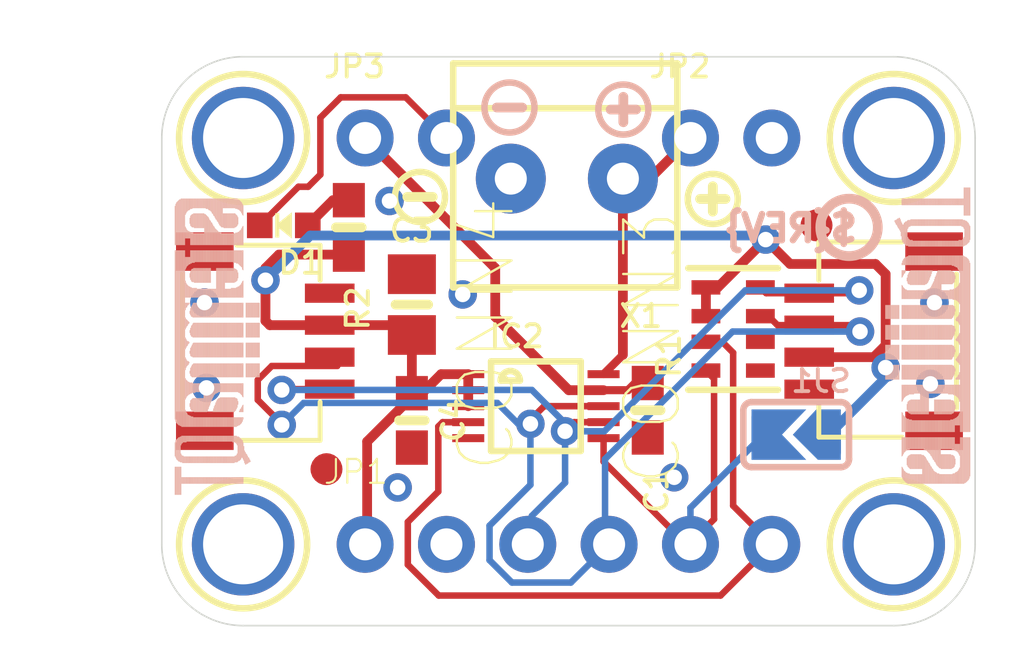
<source format=kicad_pcb>
(kicad_pcb (version 20240108) (generator "pcbnew") (generator_version "8.0")
  (layers (0 "F.Cu" signal) (31 "B.Cu" signal) (34 "B.Paste" user) (35 "F.Paste" user) (36 "B.SilkS" user "B.Silkscreen") (37 "F.SilkS" user "F.Silkscreen") (38 "B.Mask" user) (39 "F.Mask" user) (44 "Edge.Cuts" user))
  (net 0 "")
  (net 1 "SCL")
  (net 2 "SDA")
  (net 3 "GND")
  (net 4 "VOUT")
  (net 5 "A0")
  (net 6 "VCC")
  (net 7 "N$1")
  (net 8 "~{LDAC}")
  (net 9 "VREF")
  (footprint "0603-NO" (layer "F.Cu") (at 143.6116 107.4801 -90)
    (property "Reference" "C4" (at -0.762 -0.889 90) (layer "F.SilkS") (effects (font (size 0.692831 0.692831) (thickness 0.119969)) (justify right top)))
    (property "Value" "0.1uF")
    (pad "1" smd rect (at -0.85 0 270) (size 1.075 1) (layers "F.Cu" "F.Paste" "F.Mask") (net 6 "VCC"))
    (pad "2" smd rect (at 0.85 0 270) (size 1.075 1) (layers "F.Cu" "F.Paste" "F.Mask") (net 3 "GND"))
  )
  (footprint "CHIPLED_0603_NOOUTLINE" (layer "F.Cu") (at 139.6111 101.3841 90)
    (property "Reference" "D1" (at -0.762 1.27 0) (layer "F.SilkS") (effects (font (size 0.692831 0.692831) (thickness 0.119969)) (justify right top)))
    (property "Value" "GREEN")
    (pad "A" smd rect (at 0 0.75 90) (size 0.8 0.8) (layers "F.Cu" "F.Paste" "F.Mask") (net 7 "N$1"))
    (pad "C" smd rect (at 0 -0.75 90) (size 0.8 0.8) (layers "F.Cu" "F.Paste" "F.Mask") (net 3 "GND"))
  )
  (footprint "PLABEL7" (layer "F.Cu") (at 136.0551 101.5111)
    (property "Reference" "PLABEL7" (hide yes))
    (property "Value" "" (hide yes))
  )
  (footprint "MSOP10" (layer "F.Cu") (at 147.4851 107.0356 -90)
    (property "Reference" "IC2" (at -1.778 1.524 0) (layer "F.SilkS") (effects (font (size 0.692831 0.692831) (thickness 0.119969)) (justify left bottom)))
    (property "Value" "AD5693R_10PIN_RMZ")
    (pad "1" smd rect (at -1 2.1131 270) (size 0.25 1) (layers "F.Cu" "F.Paste" "F.Mask") (net 6 "VCC"))
    (pad "2" smd rect (at -0.5 2.1131 270) (size 0.25 1) (layers "F.Cu" "F.Paste" "F.Mask") (net 6 "VCC"))
    (pad "3" smd rect (at 0 2.1131 270) (size 0.25 1) (layers "F.Cu" "F.Paste" "F.Mask") (net 6 "VCC"))
    (pad "4" smd rect (at 0.5 2.1131 270) (size 0.25 1) (layers "F.Cu" "F.Paste" "F.Mask") (net 8 "~{LDAC}"))
    (pad "5" smd rect (at 1 2.1131 270) (size 0.25 1) (layers "F.Cu" "F.Paste" "F.Mask") (net 3 "GND"))
    (pad "6" smd rect (at 1 -2.1131 90) (size 0.25 1) (layers "F.Cu" "F.Paste" "F.Mask") (net 5 "A0"))
    (pad "7" smd rect (at 0.5 -2.1131 90) (size 0.25 1) (layers "F.Cu" "F.Paste" "F.Mask") (net 1 "SCL"))
    (pad "8" smd rect (at 0 -2.1131 90) (size 0.25 1) (layers "F.Cu" "F.Paste" "F.Mask") (net 2 "SDA"))
    (pad "9" smd rect (at -0.5 -2.1131 90) (size 0.25 1) (layers "F.Cu" "F.Paste" "F.Mask") (net 9 "VREF"))
    (pad "10" smd rect (at -1 -2.1131 90) (size 0.25 1) (layers "F.Cu" "F.Paste" "F.Mask") (net 4 "VOUT"))
  )
  (footprint "JST_SH4" (layer "F.Cu") (at 139.0396 105.0036 -90)
    (property "Reference" "CONN4" (at -4.6 -5.9 90) (layer "F.SilkS") (effects (font (size 1.703222 1.703222) (thickness 0.074778)) (justify right top)))
    (property "Value" "STEMMA_I2C_QT" (hide yes))
    (pad "1" smd rect (at -1.5 -2.006) (size 1.55 0.6) (layers "F.Cu" "F.Paste" "F.Mask") (net 3 "GND"))
    (pad "2" smd rect (at -0.5 -2.006) (size 1.55 0.6) (layers "F.Cu" "F.Paste" "F.Mask") (net 6 "VCC"))
    (pad "3" smd rect (at 0.5 -2.006) (size 1.55 0.6) (layers "F.Cu" "F.Paste" "F.Mask") (net 2 "SDA"))
    (pad "4" smd rect (at 1.5 -2.006) (size 1.55 0.6) (layers "F.Cu" "F.Paste" "F.Mask") (net 1 "SCL"))
    (pad "MT1" smd rect (at -2.8 1.894) (size 1.8 1.2) (layers "F.Cu" "F.Paste" "F.Mask") (net 3 "GND"))
    (pad "MT2" smd rect (at 2.8 1.894) (size 1.8 1.2) (layers "F.Cu" "F.Paste" "F.Mask") (net 3 "GND"))
  )
  (footprint "PLABEL4" (layer "F.Cu") (at 154.9781 109.7026)
    (property "Reference" "PLABEL4" (hide yes))
    (property "Value" "" (hide yes))
  )
  (footprint "1X06_ROUND_70" (layer "F.Cu") (at 148.5011 111.3536)
    (property "Reference" "JP1" (at -7.6962 -1.8288 0) (layer "F.SilkS") (effects (font (size 0.74615 0.74615) (thickness 0.06665)) (justify left bottom)))
    (property "Value" "")
    (pad "1" thru_hole circle (at -6.35 0 90) (size 1.778 1.778) (drill 1) (layers "*.Cu" "*.Mask") (net 6 "VCC"))
    (pad "2" thru_hole circle (at -3.81 0 90) (size 1.778 1.778) (drill 1) (layers "*.Cu" "*.Mask") (net 3 "GND"))
    (pad "3" thru_hole circle (at -1.27 0 90) (size 1.778 1.778) (drill 1) (layers "*.Cu" "*.Mask") (net 1 "SCL"))
    (pad "4" thru_hole circle (at 1.27 0 90) (size 1.778 1.778) (drill 1) (layers "*.Cu" "*.Mask") (net 2 "SDA"))
    (pad "5" thru_hole circle (at 3.81 0 90) (size 1.778 1.778) (drill 1) (layers "*.Cu" "*.Mask") (net 5 "A0"))
    (pad "6" thru_hole circle (at 6.35 0 90) (size 1.778 1.778) (drill 1) (layers "*.Cu" "*.Mask") (net 8 "~{LDAC}"))
  )
  (footprint "PLABEL1" (layer "F.Cu") (at 144.6911 109.7026)
    (property "Reference" "PLABEL1" (hide yes))
    (property "Value" "" (hide yes))
  )
  (footprint "PLABEL2" (layer "F.Cu") (at 147.2311 113.0046)
    (property "Reference" "PLABEL2" (hide yes))
    (property "Value" "" (hide yes))
  )
  (footprint "PLABEL0" (layer "F.Cu") (at 142.1511 113.0046)
    (property "Reference" "PLABEL0" (hide yes))
    (property "Value" "" (hide yes))
  )
  (footprint "MOUNTINGHOLE_2.5_PLATED" (layer "F.Cu") (at 138.3411 111.3536)
    (property "Reference" "U$25" (hide yes))
    (property "Value" "MOUNTINGHOLE2.5" (hide yes))
    (pad "P$1" thru_hole circle (at 0 0) (size 3.2 3.2) (drill 2.5) (layers "*.Cu" "*.Mask"))
  )
  (footprint "0603-NO" (layer "F.Cu") (at 150.9776 107.1626 -90)
    (property "Reference" "C1" (at 1.778 0.127 90) (layer "F.SilkS") (effects (font (size 0.692831 0.692831) (thickness 0.119969)) (justify right top)))
    (property "Value" "0.1uF")
    (pad "1" smd rect (at -0.85 0 270) (size 1.075 1) (layers "F.Cu" "F.Paste" "F.Mask") (net 9 "VREF"))
    (pad "2" smd rect (at 0.85 0 270) (size 1.075 1) (layers "F.Cu" "F.Paste" "F.Mask") (net 3 "GND"))
  )
  (footprint "JST_SH4" (layer "F.Cu") (at 158.0261 105.0036 90)
    (property "Reference" "CONN3" (at -4.6 -5.9 90) (layer "F.SilkS") (effects (font (size 1.703222 1.703222) (thickness 0.074778)) (justify left bottom)))
    (property "Value" "STEMMA_I2C_QT" (hide yes))
    (pad "1" smd rect (at -1.5 -2.006 180) (size 1.55 0.6) (layers "F.Cu" "F.Paste" "F.Mask") (net 3 "GND"))
    (pad "2" smd rect (at -0.5 -2.006 180) (size 1.55 0.6) (layers "F.Cu" "F.Paste" "F.Mask") (net 6 "VCC"))
    (pad "3" smd rect (at 0.5 -2.006 180) (size 1.55 0.6) (layers "F.Cu" "F.Paste" "F.Mask") (net 2 "SDA"))
    (pad "4" smd rect (at 1.5 -2.006 180) (size 1.55 0.6) (layers "F.Cu" "F.Paste" "F.Mask") (net 1 "SCL"))
    (pad "MT1" smd rect (at -2.8 1.894 180) (size 1.8 1.2) (layers "F.Cu" "F.Paste" "F.Mask") (net 3 "GND"))
    (pad "MT2" smd rect (at 2.8 1.894 180) (size 1.8 1.2) (layers "F.Cu" "F.Paste" "F.Mask") (net 3 "GND"))
  )
  (footprint "PLABEL10" (layer "F.Cu") (at 154.9781 97.0026)
    (property "Reference" "PLABEL10" (hide yes))
    (property "Value" "" (hide yes))
  )
  (footprint "SYMBOL_MINUS" (layer "F.Cu") (at 143.8656 100.4951)
    (property "Reference" "U$4" (hide yes))
    (property "Value" "" (hide yes))
  )
  (footprint "TERMBLOCK_1X2-3.5MM" (layer "F.Cu") (at 148.5011 99.9236 180)
    (property "Reference" "X1" (at -3 -3.89 0) (layer "F.SilkS") (effects (font (size 0.692831 0.692831) (thickness 0.119969)) (justify right top)))
    (property "Value" "3.5mm Terminal Block")
    (pad "1" thru_hole circle (at 1.8 0 180) (size 2.1844 2.1844) (drill 1) (layers "*.Cu" "*.Mask") (net 3 "GND"))
    (pad "2" thru_hole circle (at -1.7 0 180) (size 2.1844 2.1844) (drill 1) (layers "*.Cu" "*.Mask") (net 4 "VOUT"))
  )
  (footprint "FIDUCIAL_1MM" (layer "F.Cu") (at 156.2481 101.3841)
    (property "Reference" "FID4" (hide yes))
    (property "Value" "FIDUCIAL_1MM" (hide yes))
    (pad "1" smd roundrect (at 0 0) (size 1 1) (layers "F.Cu" "F.Mask") (roundrect_rratio 0.5))
  )
  (footprint "SYMBOL_PLUS" (layer "F.Cu") (at 153.0096 100.5586)
    (property "Reference" "U$2" (hide yes))
    (property "Value" "" (hide yes))
  )
  (footprint "PLABEL3" (layer "F.Cu") (at 149.7711 109.7026)
    (property "Reference" "PLABEL3" (hide yes))
    (property "Value" "" (hide yes))
  )
  (footprint "FIDUCIAL_1MM" (layer "F.Cu") (at 140.9446 109.0041)
    (property "Reference" "FID3" (hide yes))
    (property "Value" "FIDUCIAL_1MM" (hide yes))
    (pad "1" smd roundrect (at 0 0) (size 1 1) (layers "F.Cu" "F.Mask") (roundrect_rratio 0.5))
  )
  (footprint "PLABEL6" (layer "F.Cu") (at 148.3106 104.5591)
    (property "Reference" "PLABEL6" (hide yes))
    (property "Value" "" (hide yes))
  )
  (footprint "PLABEL9" (layer "F.Cu") (at 142.1511 97.0026)
    (property "Reference" "PLABEL9" (hide yes))
    (property "Value" "" (hide yes))
  )
  (footprint "RESPACK_4X0603" (layer "F.Cu") (at 153.6446 104.6226 90)
    (property "Reference" "R1" (at -1.6 -1.6 90) (layer "F.SilkS") (effects (font (size 0.692831 0.692831) (thickness 0.119969)) (justify left bottom)))
    (property "Value" "10K Pack")
    (pad "1" smd rect (at -1.3 0.85 90) (size 0.45 0.9) (layers "F.Cu" "F.Paste" "F.Mask") (net 3 "GND"))
    (pad "2" smd rect (at -0.4 0.85 90) (size 0.45 0.9) (layers "F.Cu" "F.Paste" "F.Mask") (net 3 "GND"))
    (pad "3" smd rect (at 0.4 0.85 90) (size 0.45 0.9) (layers "F.Cu" "F.Paste" "F.Mask") (net 2 "SDA"))
    (pad "4" smd rect (at 1.3 0.85 90) (size 0.45 0.9) (layers "F.Cu" "F.Paste" "F.Mask") (net 1 "SCL"))
    (pad "5" smd rect (at 1.3 -0.85 90) (size 0.45 0.9) (layers "F.Cu" "F.Paste" "F.Mask") (net 6 "VCC"))
    (pad "6" smd rect (at 0.4 -0.85 90) (size 0.45 0.9) (layers "F.Cu" "F.Paste" "F.Mask") (net 6 "VCC"))
    (pad "7" smd rect (at -0.4 -0.85 90) (size 0.45 0.9) (layers "F.Cu" "F.Paste" "F.Mask") (net 8 "~{LDAC}"))
    (pad "8" smd rect (at -1.3 -0.85 90) (size 0.45 0.9) (layers "F.Cu" "F.Paste" "F.Mask") (net 5 "A0"))
  )
  (footprint "MOUNTINGHOLE_2.5_PLATED" (layer "F.Cu") (at 138.3411 98.6536)
    (property "Reference" "U$20" (hide yes))
    (property "Value" "MOUNTINGHOLE2.5" (hide yes))
    (pad "P$1" thru_hole circle (at 0 0) (size 3.2 3.2) (drill 2.5) (layers "*.Cu" "*.Mask"))
  )
  (footprint "0603-NO" (layer "F.Cu") (at 141.6431 101.4476 -90)
    (property "Reference" "R2" (at 1.778 0.127 90) (layer "F.SilkS") (effects (font (size 0.692831 0.692831) (thickness 0.119969)) (justify right top)))
    (property "Value" "10K")
    (pad "1" smd rect (at -0.85 0 270) (size 1.075 1) (layers "F.Cu" "F.Paste" "F.Mask") (net 7 "N$1"))
    (pad "2" smd rect (at 0.85 0 270) (size 1.075 1) (layers "F.Cu" "F.Paste" "F.Mask") (net 6 "VCC"))
  )
  (footprint "1X02_ROUND" (layer "F.Cu") (at 143.4211 98.6536)
    (property "Reference" "JP3" (at -2.6162 -1.8288 0) (layer "F.SilkS") (effects (font (size 0.692831 0.692831) (thickness 0.119969)) (justify left bottom)))
    (property "Value" "")
    (pad "1" thru_hole circle (at -1.27 0 90) (size 1.778 1.778) (drill 1) (layers "*.Cu" "*.Mask") (net 9 "VREF"))
    (pad "2" thru_hole circle (at 1.27 0 90) (size 1.778 1.778) (drill 1) (layers "*.Cu" "*.Mask") (net 3 "GND"))
  )
  (footprint "MOUNTINGHOLE_2.5_PLATED" (layer "F.Cu") (at 158.6611 98.6536)
    (property "Reference" "U$21" (hide yes))
    (property "Value" "MOUNTINGHOLE2.5" (hide yes))
    (pad "P$1" thru_hole circle (at 0 0) (size 3.2 3.2) (drill 2.5) (layers "*.Cu" "*.Mask"))
  )
  (footprint "PLABEL5" (layer "F.Cu") (at 152.4381 113.0046)
    (property "Reference" "PLABEL5" (hide yes))
    (property "Value" "" (hide yes))
  )
  (footprint "1X02_ROUND" (layer "F.Cu") (at 153.5811 98.6536)
    (property "Reference" "JP2" (at -2.6162 -1.8288 0) (layer "F.SilkS") (effects (font (size 0.692831 0.692831) (thickness 0.119969)) (justify left bottom)))
    (property "Value" "")
    (pad "1" thru_hole circle (at -1.27 0 90) (size 1.778 1.778) (drill 1) (layers "*.Cu" "*.Mask") (net 4 "VOUT"))
    (pad "2" thru_hole circle (at 1.27 0 90) (size 1.778 1.778) (drill 1) (layers "*.Cu" "*.Mask") (net 3 "GND"))
  )
  (footprint "MOUNTINGHOLE_2.5_PLATED" (layer "F.Cu") (at 158.6611 111.3536)
    (property "Reference" "U$27" (hide yes))
    (property "Value" "MOUNTINGHOLE2.5" (hide yes))
    (pad "P$1" thru_hole circle (at 0 0) (size 3.2 3.2) (drill 2.5) (layers "*.Cu" "*.Mask"))
  )
  (footprint "0805-NO" (layer "F.Cu") (at 143.6116 103.8606 90)
    (property "Reference" "C3" (at 1.905 -0.762 0) (layer "F.SilkS") (effects (font (size 0.692831 0.692831) (thickness 0.119969)) (justify left bottom)))
    (property "Value" "10uF")
    (pad "1" smd rect (at -0.95 0 90) (size 1.24 1.5) (layers "F.Cu" "F.Paste" "F.Mask") (net 6 "VCC"))
    (pad "2" smd rect (at 0.95 0 90) (size 1.24 1.5) (layers "F.Cu" "F.Paste" "F.Mask") (net 3 "GND"))
  )
  (footprint "PLABEL8" (layer "F.Cu") (at 148.5011 97.5741)
    (property "Reference" "PLABEL8" (hide yes))
    (property "Value" "" (hide yes))
  )
  (footprint "PCBFEAT-REV-040" (layer "B.Cu") (at 157.2641 101.4476 180)
    (property "Reference" "U$8" (hide yes))
    (property "Value" "" (hide yes))
    (fp_text user "${REV}" (at -0.3556 -0.508 0) (layer "B.SilkS") (effects (font (size 0.8128 0.8128) (thickness 0.2032)) (justify left bottom mirror)))
  )
  (footprint "PLABEL13" (layer "B.Cu") (at 148.4376 112.9411 180)
    (property "Reference" "PLABEL13" (hide yes))
    (property "Value" "" (hide yes))
  )
  (footprint "PLABEL15" (layer "B.Cu") (at 146.4691 108.4961 180)
    (property "Reference" "PLABEL15" (hide yes))
    (property "Value" "" (hide yes))
  )
  (footprint "STEMMAQT" (layer "B.Cu") (at 158.4071 109.4486 90)
    (property "Reference" "U$31" (hide yes))
    (property "Value" "" (hide yes))
  )
  (footprint "SYMBOL_PLUS" (layer "B.Cu") (at 150.2156 97.7646 180)
    (property "Reference" "U$7" (hide yes))
    (property "Value" "" (hide yes))
  )
  (footprint "SOLDERJUMPER_ARROW_NOPASTE" (layer "B.Cu") (at 155.6131 107.9246 180)
    (property "Reference" "SJ1" (at -1.778 1.27 -0) (layer "B.SilkS") (effects (font (size 0.692831 0.692831) (thickness 0.119969)) (justify left bottom mirror)))
    (property "Value" "")
    (fp_poly (pts (xy 1.3946 -0.7882) (xy -0.315893 -0.7882) (xy 0.443148 0) (xy -0.315893 0.7882) (xy 1.3946 0.7882)) (fill solid) (layer "B.Cu"))
    (fp_poly (pts (xy 0.106121 -0.002663) (xy -0.679416 -0.7882) (xy -1.3946 -0.7882) (xy -1.3946 0.7882) (xy -0.62715 0.7882)) (fill solid) (layer "B.Cu"))
    (pad "1" smd roundrect (at -1.016 0 180) (size 0.762 1.524) (layers "B.Cu") (net 6 "VCC"))
    (pad "2" smd roundrect (at 1.016 0 180) (size 0.762 1.524) (layers "B.Cu") (net 5 "A0"))
  )
  (footprint "PLABEL14" (layer "B.Cu") (at 155.6131 109.6391 180)
    (property "Reference" "PLABEL14" (hide yes))
    (property "Value" "" (hide yes))
  )
  (footprint "PLABEL11" (layer "B.Cu") (at 148.5011 102.0826 180)
    (property "Reference" "PLABEL11" (hide yes))
    (property "Value" "" (hide yes))
  )
  (footprint "PLABEL12" (layer "B.Cu") (at 148.8821 104.9401 180)
    (property "Reference" "PLABEL12" (hide yes))
    (property "Value" "" (hide yes))
  )
  (footprint "SYMBOL_MINUS" (layer "B.Cu") (at 146.6596 97.7011 180)
    (property "Reference" "U$5" (hide yes))
    (property "Value" "" (hide yes))
  )
  (footprint "STEMMAQT" (layer "B.Cu") (at 138.8491 100.5586 -90)
    (property "Reference" "U$32" (hide yes))
    (property "Value" "" (hide yes))
  )
  (gr_line (start 135.8011 98.6536) (end 135.8011 111.3536) (stroke (width 0.05)) (layer "Edge.Cuts"))
  (gr_arc (start 138.3411 113.8936) (mid 136.545049 113.149651) (end 135.8011 111.3536) (stroke (width 0.05)) (layer "Edge.Cuts"))
  (gr_line (start 158.6611 96.1136) (end 138.3411 96.1136) (stroke (width 0.05)) (layer "Edge.Cuts"))
  (gr_arc (start 158.6611 96.1136) (mid 160.457151 96.857549) (end 161.2011 98.6536) (stroke (width 0.05)) (layer "Edge.Cuts"))
  (gr_line (start 138.3411 113.8936) (end 158.6611 113.8936) (stroke (width 0.05)) (layer "Edge.Cuts"))
  (gr_arc (start 135.8011 98.6536) (mid 136.545049 96.857549) (end 138.3411 96.1136) (stroke (width 0.05)) (layer "Edge.Cuts"))
  (gr_line (start 161.2011 111.3536) (end 161.2011 98.6536) (stroke (width 0.05)) (layer "Edge.Cuts"))
  (gr_arc (start 161.2011 111.3536) (mid 160.457151 113.149651) (end 158.6611 113.8936) (stroke (width 0.05)) (layer "Edge.Cuts"))
  (segment (start 148.679775 107.5356) (end 148.395937 107.819438) (width 0.2032) (layer "F.Cu") (net 1))
  (segment (start 141.0456 106.5036) (end 139.5716 106.5036) (width 0.2032) (layer "F.Cu") (net 1))
  (segment (start 156.0201 103.5036) (end 157.4941 103.5036) (width 0.2032) (layer "F.Cu") (net 1))
  (segment (start 156.0201 103.5036) (end 154.6756 103.5036) (width 0.2032) (layer "F.Cu") (net 1))
  (segment (start 154.4946 103.3226) (end 154.6756 103.5036) (width 0.2032) (layer "F.Cu") (net 1))
  (segment (start 157.4941 103.5036) (end 157.5816 103.4161) (width 0.2032) (layer "F.Cu") (net 1))
  (segment (start 139.5716 106.5036) (end 139.5476 106.5276) (width 0.2032) (layer "F.Cu") (net 1))
  (segment (start 149.5982 107.5356) (end 148.679775 107.5356) (width 0.2032) (layer "F.Cu") (net 1))
  (via (at 148.395937 107.819438) (size 0.889) (drill 0.4826) (layers "F.Cu" "B.Cu") (net 1))
  (via (at 157.5816 103.4161) (size 0.889) (drill 0.4826) (layers "F.Cu" "B.Cu") (net 1))
  (via (at 139.5476 106.5276) (size 0.889) (drill 0.4826) (layers "F.Cu" "B.Cu") (net 1))
  (segment (start 148.395937 107.819438) (end 148.395937 109.426763) (width 0.2032) (layer "B.Cu") (net 1))
  (segment (start 147.3581 106.5276) (end 148.5646 107.7341) (width 0.2032) (layer "B.Cu") (net 1))
  (segment (start 157.5816 103.4161) (end 154.0256 103.4161) (width 0.2032) (layer "B.Cu") (net 1))
  (segment (start 148.395937 107.819438) (end 148.479262 107.819438) (width 0.2032) (layer "B.Cu") (net 1))
  (segment (start 139.5476 106.5276) (end 147.3581 106.5276) (width 0.2032) (layer "B.Cu") (net 1))
  (segment (start 154.0256 103.4161) (end 149.622262 107.819438) (width 0.2032) (layer "B.Cu") (net 1))
  (segment (start 147.2311 111.3536) (end 147.3581 111.2266) (width 0.2032) (layer "B.Cu") (net 1))
  (segment (start 148.5646 107.7341) (end 148.479262 107.819438) (width 0.2032) (layer "B.Cu") (net 1))
  (segment (start 148.395937 107.819438) (end 149.622262 107.819438) (width 0.2032) (layer "B.Cu") (net 1))
  (segment (start 147.3581 110.4646) (end 147.3581 111.2266) (width 0.2032) (layer "B.Cu") (net 1))
  (segment (start 148.395937 109.426763) (end 147.3581 110.4646) (width 0.2032) (layer "B.Cu") (net 1))
  (segment (start 141.0456 105.5036) (end 141.2789 105.7783) (width 0.2032) (layer "F.Cu") (net 2))
  (segment (start 139.5476 107.587275) (end 139.5476 107.6198) (width 0.2032) (layer "F.Cu") (net 2))
  (segment (start 155.0296 104.5036) (end 154.7486 104.2226) (width 0.2032) (layer "F.Cu") (net 2))
  (segment (start 147.25015 107.52455) (end 147.31365 107.58805) (width 0.2032) (layer "F.Cu") (net 2))
  (segment (start 139.237225 105.7783) (end 138.7983 106.217225) (width 0.2032) (layer "F.Cu") (net 2))
  (segment (start 147.7391 107.0356) (end 147.25015 107.52455) (width 0.2032) (layer "F.Cu") (net 2))
  (segment (start 141.2789 105.7783) (end 139.237225 105.7783) (width 0.2032) (layer "F.Cu") (net 2))
  (segment (start 149.5982 107.0356) (end 147.7391 107.0356) (width 0.2032) (layer "F.Cu") (net 2))
  (segment (start 156.0201 104.5036) (end 155.0296 104.5036) (width 0.2032) (layer "F.Cu") (net 2))
  (segment (start 156.0201 104.5036) (end 157.4071 104.5036) (width 0.2032) (layer "F.Cu") (net 2))
  (segment (start 157.4071 104.5036) (end 157.607 104.7035) (width 0.2032) (layer "F.Cu") (net 2))
  (segment (start 154.4946 104.2226) (end 154.7486 104.2226) (width 0.2032) (layer "F.Cu") (net 2))
  (segment (start 138.7983 106.837975) (end 139.5476 107.587275) (width 0.2032) (layer "F.Cu") (net 2))
  (segment (start 138.7983 106.217225) (end 138.7983 106.837975) (width 0.2032) (layer "F.Cu") (net 2))
  (via (at 147.31365 107.58805) (size 0.889) (drill 0.4826) (layers "F.Cu" "B.Cu") (net 2))
  (via (at 139.5476 107.6198) (size 0.889) (drill 0.4826) (layers "F.Cu" "B.Cu") (net 2))
  (via (at 157.607 104.7035) (size 0.889) (drill 0.4826) (layers "F.Cu" "B.Cu") (net 2))
  (segment (start 157.607 104.7035) (end 153.6272 104.7035) (width 0.2032) (layer "B.Cu") (net 2))
  (segment (start 149.7711 111.3536) (end 149.6441 111.2266) (width 0.2032) (layer "B.Cu") (net 2))
  (segment (start 139.5476 107.6198) (end 140.2334 106.934) (width 0.2032) (layer "B.Cu") (net 2))
  (segment (start 146.0373 111.848094) (end 146.736606 112.5474) (width 0.2032) (layer "B.Cu") (net 2))
  (segment (start 147.31365 109.49305) (end 146.0373 110.7694) (width 0.2032) (layer "B.Cu") (net 2))
  (segment (start 140.2334 106.934) (end 146.2786 106.934) (width 0.2032) (layer "B.Cu") (net 2))
  (segment (start 153.6272 104.7035) (end 149.6441 108.6866) (width 0.2032) (layer "B.Cu") (net 2))
  (segment (start 146.736606 112.5474) (end 148.5773 112.5474) (width 0.2032) (layer "B.Cu") (net 2))
  (segment (start 148.5773 112.5474) (end 149.7711 111.3536) (width 0.2032) (layer "B.Cu") (net 2))
  (segment (start 146.0373 110.7694) (end 146.0373 111.848094) (width 0.2032) (layer "B.Cu") (net 2))
  (segment (start 147.31365 107.58805) (end 147.31365 109.49305) (width 0.2032) (layer "B.Cu") (net 2))
  (segment (start 147.31365 107.58805) (end 146.93265 107.58805) (width 0.2032) (layer "B.Cu") (net 2))
  (segment (start 149.6441 108.6866) (end 149.6441 111.2266) (width 0.2032) (layer "B.Cu") (net 2))
  (segment (start 146.93265 107.58805) (end 146.2786 106.934) (width 0.2032) (layer "B.Cu") (net 2))
  (segment (start 143.4211 97.3836) (end 144.6911 98.6536) (width 0.2032) (layer "F.Cu") (net 3))
  (segment (start 140.7541 98.0186) (end 141.3891 97.3836) (width 0.2032) (layer "F.Cu") (net 3))
  (segment (start 138.8611 101.3841) (end 140.0676 100.1776) (width 0.2032) (layer "F.Cu") (net 3))
  (segment (start 141.3891 97.3836) (end 143.4211 97.3836) (width 0.2032) (layer "F.Cu") (net 3))
  (segment (start 140.0676 100.1776) (end 140.3731 100.1776) (width 0.2032) (layer "F.Cu") (net 3))
  (segment (start 140.7541 99.7966) (end 140.7541 98.0186) (width 0.2032) (layer "F.Cu") (net 3))
  (segment (start 140.3731 100.1776) (end 140.7541 99.7966) (width 0.2032) (layer "F.Cu") (net 3))
  (via (at 143.1671 109.5756) (size 0.889) (drill 0.4826) (layers "F.Cu" "B.Cu") (net 3))
  (via (at 142.9131 100.6221) (size 0.889) (drill 0.4826) (layers "F.Cu" "B.Cu") (net 3))
  (via (at 159.8041 106.3371) (size 0.889) (drill 0.4826) (layers "F.Cu" "B.Cu") (net 3))
  (via (at 137.1981 106.4641) (size 0.889) (drill 0.4826) (layers "F.Cu" "B.Cu") (net 3))
  (via (at 159.9311 103.7971) (size 0.889) (drill 0.4826) (layers "F.Cu" "B.Cu") (net 3))
  (via (at 137.1346 103.7971) (size 0.889) (drill 0.4826) (layers "F.Cu" "B.Cu") (net 3))
  (via (at 145.1991 103.5431) (size 0.889) (drill 0.4826) (layers "F.Cu" "B.Cu") (net 3))
  (via (at 151.8031 109.2581) (size 0.889) (drill 0.4826) (layers "F.Cu" "B.Cu") (net 3))
  (segment (start 150.2011 105.4327) (end 149.5982 106.0356) (width 0.254) (layer "F.Cu") (net 4))
  (segment (start 150.2011 99.9236) (end 150.2011 105.4327) (width 0.3048) (layer "F.Cu") (net 4))
  (segment (start 151.0411 99.9236) (end 150.2011 99.9236) (width 0.3048) (layer "F.Cu") (net 4))
  (segment (start 152.3111 98.6536) (end 151.0411 99.9236) (width 0.3048) (layer "F.Cu") (net 4))
  (segment (start 152.2866 111.3291) (end 153.0486 110.5671) (width 0.2032) (layer "F.Cu") (net 5))
  (segment (start 152.2866 111.3291) (end 152.3111 111.3536) (width 0.2032) (layer "F.Cu") (net 5))
  (segment (start 149.5982 108.7677) (end 152.1841 111.3536) (width 0.2032) (layer "F.Cu") (net 5))
  (segment (start 153.0486 106.1766) (end 153.0486 110.5671) (width 0.2032) (layer "F.Cu") (net 5))
  (segment (start 152.1841 111.3536) (end 152.3111 111.3536) (width 0.2032) (layer "F.Cu") (net 5))
  (segment (start 152.7946 105.9226) (end 153.0486 106.1766) (width 0.2032) (layer "F.Cu") (net 5))
  (segment (start 149.5982 108.0356) (end 149.5982 108.7677) (width 0.2032) (layer "F.Cu") (net 5))
  (segment (start 154.5971 107.9246) (end 152.3111 110.2106) (width 0.2032) (layer "B.Cu") (net 5))
  (segment (start 152.3111 110.2106) (end 152.3111 111.3536) (width 0.2032) (layer "B.Cu") (net 5))
  (segment (start 158.4071 105.1306) (end 158.0341 105.5036) (width 0.3048) (layer "F.Cu") (net 6))
  (segment (start 143.9291 106.6301) (end 143.6116 106.6301) (width 0.3048) (layer "F.Cu") (net 6))
  (segment (start 139.0396 103.0986) (end 139.0396 104.3686) (width 0.3048) (layer "F.Cu") (net 6))
  (segment (start 144.5236 106.0356) (end 143.9291 106.6301) (width 0.3048) (layer "F.Cu") (net 6))
  (segment (start 158.4071 102.9081) (end 158.4071 105.1306) (width 0.3048) (layer "F.Cu") (net 6))
  (segment (start 142.1511 111.3536) (end 142.2146 111.2901) (width 0.3048) (layer "F.Cu") (net 6))
  (segment (start 158.0341 105.5036) (end 156.0201 105.5036) (width 0.3048) (layer "F.Cu") (net 6))
  (segment (start 143.6116 106.6301) (end 143.6116 106.7432) (width 0.3048) (layer "F.Cu") (net 6))
  (segment (start 141.6431 102.2976) (end 139.4596 102.2976) (width 0.3048) (layer "F.Cu") (net 6))
  (segment (start 139.1746 104.5036) (end 141.0456 104.5036) (width 0.3048) (layer "F.Cu") (net 6))
  (segment (start 158.0341 105.5036) (end 158.0816 105.5036) (width 0.3048) (layer "F.Cu") (net 6))
  (segment (start 145.372 107.0356) (end 145.372 106.5356) (width 0.3048) (layer "F.Cu") (net 6))
  (segment (start 143.3046 104.5036) (end 143.6116 104.8106) (width 0.3048) (layer "F.Cu") (net 6))
  (segment (start 139.4596 102.2976) (end 139.0396 102.7176) (width 0.3048) (layer "F.Cu") (net 6))
  (segment (start 141.0456 104.5036) (end 143.3046 104.5036) (width 0.3048) (layer "F.Cu") (net 6))
  (segment (start 139.0396 104.3686) (end 139.1746 104.5036) (width 0.3048) (layer "F.Cu") (net 6))
  (segment (start 154.6606 101.8286) (end 153.1666 103.3226) (width 0.3048) (layer "F.Cu") (net 6))
  (segment (start 154.6606 101.8286) (end 155.4226 102.5906) (width 0.3048) (layer "F.Cu") (net 6))
  (segment (start 145.372 106.0356) (end 144.5236 106.0356) (width 0.3048) (layer "F.Cu") (net 6))
  (segment (start 158.0816 105.5036) (end 158.4071 105.8291) (width 0.3048) (layer "F.Cu") (net 6))
  (segment (start 158.0896 102.5906) (end 155.4226 102.5906) (width 0.3048) (layer "F.Cu") (net 6))
  (segment (start 152.7946 103.3226) (end 152.7946 104.2226) (width 0.3048) (layer "F.Cu") (net 6))
  (segment (start 152.7946 103.3226) (end 153.1666 103.3226) (width 0.3048) (layer "F.Cu") (net 6))
  (segment (start 143.6116 104.8106) (end 143.6116 106.6301) (width 0.3048) (layer "F.Cu") (net 6))
  (segment (start 142.2146 108.1402) (end 142.2146 111.2901) (width 0.3048) (layer "F.Cu") (net 6))
  (segment (start 143.6116 106.7432) (end 142.2146 108.1402) (width 0.3048) (layer "F.Cu") (net 6))
  (segment (start 139.0396 102.7176) (end 139.0396 103.0986) (width 0.3048) (layer "F.Cu") (net 6))
  (segment (start 145.372 106.0356) (end 145.372 106.5356) (width 0.3048) (layer "F.Cu") (net 6))
  (segment (start 158.0896 102.5906) (end 158.4071 102.9081) (width 0.3048) (layer "F.Cu") (net 6))
  (via (at 154.6606 101.8286) (size 0.889) (drill 0.4826) (layers "F.Cu" "B.Cu") (net 6))
  (via (at 158.4071 105.8291) (size 0.889) (drill 0.4826) (layers "F.Cu" "B.Cu") (net 6))
  (via (at 139.0396 103.0986) (size 0.889) (drill 0.4826) (layers "F.Cu" "B.Cu") (net 6))
  (segment (start 154.5336 101.7016) (end 140.4366 101.7016) (width 0.3048) (layer "B.Cu") (net 6))
  (segment (start 154.6606 101.8286) (end 154.5336 101.7016) (width 0.3048) (layer "B.Cu") (net 6))
  (segment (start 140.4366 101.7016) (end 139.0396 103.0986) (width 0.3048) (layer "B.Cu") (net 6))
  (segment (start 156.6291 107.9246) (end 158.4071 106.1466) (width 0.3048) (layer "B.Cu") (net 6))
  (segment (start 158.4071 106.1466) (end 158.4071 105.8291) (width 0.3048) (layer "B.Cu") (net 6))
  (segment (start 140.3611 101.3841) (end 141.1476 100.5976) (width 0.3048) (layer "F.Cu") (net 7))
  (segment (start 141.1476 100.5976) (end 141.6431 100.5976) (width 0.3048) (layer "F.Cu") (net 7))
  (segment (start 144.4498 112.9538) (end 153.2509 112.9538) (width 0.2032) (layer "F.Cu") (net 8))
  (segment (start 144.5721 107.5356) (end 145.372 107.5356) (width 0.2032) (layer "F.Cu") (net 8))
  (segment (start 153.6446 105.3646) (end 153.3026 105.0226) (width 0.2032) (layer "F.Cu") (net 8))
  (segment (start 143.4846 111.9886) (end 144.4498 112.9538) (width 0.2032) (layer "F.Cu") (net 8))
  (segment (start 144.4371 107.6706) (end 144.5721 107.5356) (width 0.2032) (layer "F.Cu") (net 8))
  (segment (start 152.7946 105.0226) (end 153.3026 105.0226) (width 0.2032) (layer "F.Cu") (net 8))
  (segment (start 144.4371 109.7026) (end 144.4371 107.6706) (width 0.2032) (layer "F.Cu") (net 8))
  (segment (start 153.6446 105.3646) (end 153.6446 110.1471) (width 0.2032) (layer "F.Cu") (net 8))
  (segment (start 144.4371 109.7026) (end 143.4846 110.6551) (width 0.2032) (layer "F.Cu") (net 8))
  (segment (start 143.4846 110.6551) (end 143.4846 111.9886) (width 0.2032) (layer "F.Cu") (net 8))
  (segment (start 153.6446 110.1471) (end 154.8511 111.3536) (width 0.2032) (layer "F.Cu") (net 8))
  (segment (start 153.2509 112.9538) (end 154.8511 111.3536) (width 0.2032) (layer "F.Cu") (net 8))
  (segment (start 150.5832 106.3126) (end 150.9776 106.3126) (width 0.254) (layer "F.Cu") (net 9))
  (segment (start 146.2151 102.7176) (end 142.1511 98.6536) (width 0.3048) (layer "F.Cu") (net 9))
  (segment (start 149.5982 106.5356) (end 148.5091 106.5356) (width 0.3048) (layer "F.Cu") (net 9))
  (segment (start 149.5982 106.5356) (end 150.3602 106.5356) (width 0.254) (layer "F.Cu") (net 9))
  (segment (start 150.3602 106.5356) (end 150.5832 106.3126) (width 0.254) (layer "F.Cu") (net 9))
  (segment (start 148.5091 106.5356) (end 146.2151 104.2416) (width 0.3048) (layer "F.Cu") (net 9))
  (segment (start 146.2151 104.2416) (end 146.2151 102.7176) (width 0.3048) (layer "F.Cu") (net 9))
)
</source>
